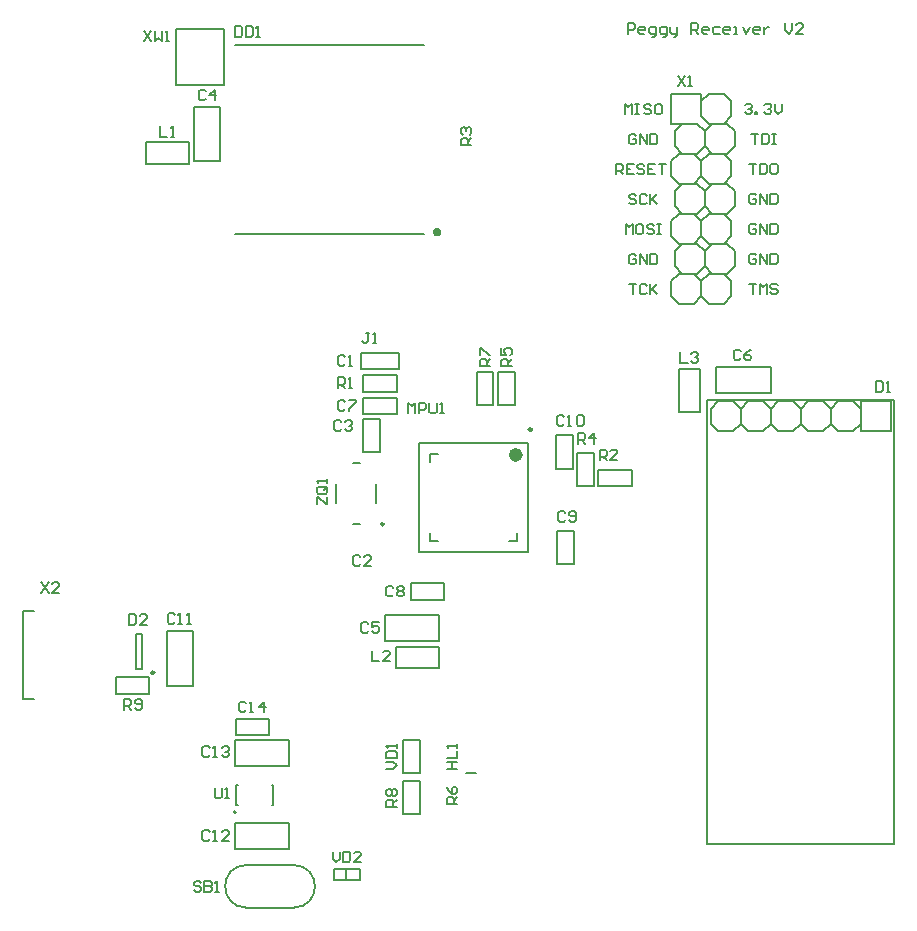
<source format=gto>
G04*
G04 #@! TF.GenerationSoftware,Altium Limited,Altium Designer,20.2.7 (254)*
G04*
G04 Layer_Color=15724527*
%FSLAX25Y25*%
%MOIN*%
G70*
G04*
G04 #@! TF.SameCoordinates,A4FD2F15-25C4-4B7E-ACC4-4C6BACDD2ABF*
G04*
G04*
G04 #@! TF.FilePolarity,Positive*
G04*
G01*
G75*
%ADD10C,0.01000*%
%ADD11C,0.00984*%
%ADD12C,0.02362*%
%ADD13C,0.00787*%
%ADD14C,0.00500*%
G36*
X136440Y228346D02*
X134426Y228346D01*
Y229890D01*
X136440D01*
X136440Y228346D01*
D02*
G37*
D10*
X117752Y131783D02*
G03*
X117752Y131783I-394J0D01*
G01*
D11*
X167161Y163279D02*
G03*
X167161Y163279I-492J0D01*
G01*
X41330Y82248D02*
G03*
X41330Y82248I-492J0D01*
G01*
D12*
X163028Y154815D02*
G03*
X163028Y154815I-1181J0D01*
G01*
D13*
X87799Y3928D02*
G03*
X87798Y18101I-12J7087D01*
G01*
X72044Y18119D02*
G03*
X72045Y3946I12J-7087D01*
G01*
X68539Y35720D02*
G03*
X68539Y35720I-394J0D01*
G01*
X136778Y229103D02*
G03*
X136778Y229103I-1148J0D01*
G01*
X287913Y172992D02*
X287913Y25057D01*
X225709Y172992D02*
X287913D01*
X286811Y162717D02*
Y172716D01*
X276811Y162716D02*
Y172716D01*
X256811Y165217D02*
Y170217D01*
X266811Y165217D02*
Y170217D01*
X246811Y165217D02*
Y170217D01*
X236811Y165217D02*
Y170217D01*
X226811Y165217D02*
Y170217D01*
X276811Y162716D02*
X286811Y162717D01*
X276811Y172716D02*
X286811Y172716D01*
X256811Y165217D02*
X259311Y162716D01*
X254311Y162717D02*
X256811Y165217D01*
X269311Y162717D02*
X274311Y162716D01*
X264311D02*
X266811Y165217D01*
X259311Y162716D02*
X264311D01*
X229311Y162717D02*
X234311Y162716D01*
X246811Y165217D02*
X249311Y162716D01*
X239311D02*
X244311D01*
X256811Y170217D02*
X259311Y172716D01*
X254311Y172716D02*
X256811Y170217D01*
X269311Y172716D02*
X274311Y172716D01*
X264311D02*
X266811Y170217D01*
X259311Y172716D02*
X264311D01*
X229311Y172716D02*
X234311Y172716D01*
X246811Y170217D02*
X249311Y172716D01*
X239311D02*
X244311D01*
X274311Y162716D02*
X276811Y165217D01*
X266811D02*
X269311Y162717D01*
X249311Y162716D02*
X254311Y162717D01*
X244311Y162716D02*
X246811Y165217D01*
X234311Y162716D02*
X236811Y165217D01*
X239311Y162716D01*
X226811Y165217D02*
X229311Y162717D01*
X274311Y172716D02*
X276811Y170217D01*
X266811D02*
X269311Y172716D01*
X249311Y172716D02*
X254311Y172716D01*
X244311Y172716D02*
X246811Y170217D01*
X234311Y172716D02*
X236811Y170217D01*
X239311Y172716D01*
X226811Y170217D02*
X229311Y172716D01*
X225709Y25057D02*
X287913D01*
X225709Y172992D02*
X225709Y25057D01*
X228740Y175591D02*
X246850D01*
X228740Y184252D02*
X246850D01*
Y175591D02*
Y184252D01*
X228740Y175591D02*
Y184252D01*
X223228Y169292D02*
Y183465D01*
X216142Y169292D02*
Y183465D01*
X223228Y183465D01*
X216142Y169292D02*
X223228Y169292D01*
X115390Y138870D02*
Y145169D01*
X102004Y138870D02*
Y145169D01*
X107516Y131783D02*
X109878D01*
X107516Y152255D02*
X109878D01*
X111059Y166822D02*
X116571D01*
X111059Y155799D02*
X116571D01*
Y166822D01*
X111059Y155799D02*
Y166822D01*
X129563Y158752D02*
X165783D01*
X129563Y122531D02*
X165783D01*
Y158752D01*
X129563Y122531D02*
Y158752D01*
X133106Y152551D02*
Y155208D01*
X135764Y155208D01*
X133106Y126074D02*
Y128732D01*
Y126074D02*
X135764Y126074D01*
X159583D02*
X162240Y126074D01*
Y128732D01*
X148854Y171547D02*
Y182571D01*
X154366Y171547D02*
Y182571D01*
X148854Y171547D02*
X154366D01*
X148854Y182571D02*
X154366D01*
X155941Y171547D02*
Y182571D01*
X161453Y171547D02*
Y182571D01*
X155941Y171547D02*
X161453D01*
X155941Y182571D02*
X161453D01*
X216122Y255157D02*
X217303D01*
X216122Y245158D02*
X217303Y245158D01*
X216122Y235157D02*
X218622Y235157D01*
X216122Y225157D02*
X217303D01*
X216122Y215158D02*
X217303D01*
X226122D02*
X227303D01*
X226122Y225157D02*
X227303D01*
X226122Y235157D02*
X227303Y235157D01*
X226122Y245158D02*
X227303Y245158D01*
X226122Y255157D02*
X227303D01*
X226122Y265158D02*
X227303D01*
X232303Y265158D01*
X214803Y257658D02*
Y262657D01*
X234803Y257658D02*
Y262657D01*
Y257658D02*
Y262657D01*
X217303Y255157D02*
X222303D01*
X227303D02*
X232303D01*
X224803Y257658D02*
Y262657D01*
X213622Y265158D02*
X222303D01*
X214803Y262657D02*
X217303Y265158D01*
X214803Y257658D02*
X217303Y255157D01*
X224803Y262657D02*
X227303Y265158D01*
X222303D02*
X224803Y262657D01*
Y257658D02*
X227303Y255157D01*
X232303D02*
X234803Y257658D01*
X232303Y265158D02*
X234803Y262657D01*
X222303Y255157D02*
X224803Y257658D01*
X213622Y207658D02*
Y212657D01*
X214803Y217657D02*
Y222657D01*
X213622Y227658D02*
Y232658D01*
X214803Y237657D02*
Y242657D01*
X213622Y247657D02*
Y252658D01*
X216122Y205157D02*
X221122D01*
X217303Y215158D02*
X222303D01*
X217303Y225157D02*
X222303D01*
X217303Y235157D02*
X222303D01*
X217303Y245158D02*
X222303D01*
X221122Y215158D02*
X223622Y212657D01*
Y207658D02*
Y212657D01*
X221122Y205157D02*
X223622Y207658D01*
X213622D02*
X216122Y205157D01*
X233622Y207658D02*
Y212657D01*
X213622D02*
X216122Y215158D01*
X214803Y222657D02*
X217303Y225157D01*
X234803Y217657D02*
Y222657D01*
X214803Y217657D02*
X217303Y215158D01*
X222303D02*
X224803Y217657D01*
Y222657D01*
X222303Y225157D02*
X224803Y222657D01*
X221122Y235157D02*
X223622Y232658D01*
Y227658D02*
Y232658D01*
X221122Y225157D02*
X223622Y227658D01*
X213622Y227658D02*
X216122Y225157D01*
X233622Y227658D02*
Y232658D01*
X213622D02*
X216122Y235157D01*
X214803Y242657D02*
X217303Y245158D01*
X234803Y237657D02*
Y242657D01*
X214803Y237657D02*
X217303Y235157D01*
X222303D02*
X224803Y237657D01*
Y242657D01*
X222303Y245158D02*
X224803Y242657D01*
X221122Y255157D02*
X223622Y252658D01*
Y247657D02*
Y252658D01*
X221122Y245158D02*
X223622Y247657D01*
X213622D02*
X216122Y245158D01*
X233622Y247657D02*
Y252658D01*
X213622D02*
X216122Y255157D01*
X233622Y267657D02*
Y272657D01*
X231122Y265158D02*
X233622Y267657D01*
X226122Y275157D02*
X231122D01*
X233622Y272657D01*
X223622Y252658D02*
X226122Y255157D01*
X223622Y247657D02*
X226122Y245158D01*
X231122Y245158D02*
X233622Y247657D01*
Y252658D01*
X231122Y255157D02*
X233622Y252658D01*
X232303Y245158D02*
X234803Y242657D01*
Y237657D02*
Y242657D01*
X232303Y235157D02*
X234803Y237657D01*
X224803D02*
X227303Y235157D01*
X224803Y242657D02*
X227303Y245158D01*
X223622Y232658D02*
X226122Y235157D01*
X223622Y227658D02*
X226122Y225157D01*
X231122D02*
X233622Y227658D01*
Y232658D01*
X231122Y235157D02*
X233622Y232658D01*
X232303Y225157D02*
X234803Y222657D01*
Y217657D02*
Y222657D01*
X232303Y215158D02*
X234803Y217657D01*
X224803D02*
X227303Y215158D01*
X224803Y222657D02*
X227303Y225157D01*
X223622Y212657D02*
X226122Y215158D01*
X223622Y207658D02*
X226122Y205157D01*
X231122D02*
X233622Y207658D01*
Y212657D01*
X231122Y215158D02*
X233622Y212657D01*
X227303Y245158D02*
X232303Y245158D01*
X227303Y235157D02*
X232303Y235157D01*
X227303Y225157D02*
X232303D01*
X227303Y215158D02*
X232303Y215158D01*
X233622Y267657D02*
Y272657D01*
X226122Y205157D02*
X231122D01*
X213622Y275157D02*
X223622D01*
Y267657D02*
Y275157D01*
Y267657D02*
X226122Y265158D01*
X223622Y272657D02*
X226122Y275157D01*
X213622Y265158D02*
Y275157D01*
X137831Y106586D02*
Y112098D01*
X126807Y106586D02*
Y112098D01*
Y106586D02*
X137831D01*
X126807Y112098D02*
X137831D01*
X118146Y101468D02*
X136256D01*
X118146Y92807D02*
X136256D01*
X118146D02*
Y101468D01*
X136256Y92807D02*
Y101468D01*
X122048Y83858D02*
X136221D01*
X122048Y90945D02*
X136221D01*
X136221Y83858D02*
X136221Y90945D01*
X122048Y83858D02*
X122048Y90945D01*
X145276Y48712D02*
X148425D01*
X124409Y48712D02*
X129921Y48712D01*
X124409Y59736D02*
X129921Y59736D01*
X124409Y59736D02*
X124409Y48712D01*
X129921Y59736D02*
X129921Y48712D01*
X124409Y35039D02*
Y46063D01*
X129921Y35039D02*
X129921Y46063D01*
X124409Y35039D02*
X129921D01*
X124409Y46063D02*
X129921D01*
X101378Y16929D02*
X110039D01*
X101378Y12992D02*
Y16929D01*
Y12992D02*
X110039D01*
Y16929D01*
X105118Y12992D02*
Y16535D01*
X72045Y3940D02*
X87799Y3928D01*
X72044Y18113D02*
X87798Y18101D01*
X68146Y23515D02*
X86256D01*
X68146Y32177D02*
X86256D01*
Y23515D02*
Y32177D01*
X68146Y23515D02*
Y32177D01*
Y51074D02*
X86256D01*
X68146Y59736D02*
X86256D01*
Y51074D02*
Y59736D01*
X68146Y51074D02*
Y59736D01*
X68736Y38279D02*
X69130Y38279D01*
X68736Y44972D02*
X69130Y44972D01*
X80547D02*
X80941Y44972D01*
X80547Y38279D02*
X80941Y38279D01*
Y44972D01*
X68736Y38279D02*
Y44972D01*
X68539Y61311D02*
X79563D01*
X68539Y66822D02*
X79563D01*
Y61311D02*
Y66822D01*
X68539Y61311D02*
Y66822D01*
X28633Y80673D02*
X39657D01*
X28633Y75161D02*
X39657Y75161D01*
X28633Y75161D02*
X28633Y80673D01*
X39657D02*
X39657Y75161D01*
X45563Y77917D02*
X45563Y96028D01*
X54224D02*
X54224Y77917D01*
X45563Y77917D02*
X54224Y77917D01*
X45563Y96028D02*
X54224D01*
X35129Y83429D02*
X37098D01*
X35129Y95240D02*
X37098D01*
Y83429D02*
Y95240D01*
X35129Y83429D02*
Y95240D01*
X38582Y259055D02*
X52755D01*
X38582Y251968D02*
X52755D01*
X38582D02*
X38582Y259055D01*
X52755Y251968D02*
X52755Y259055D01*
X63386Y252756D02*
Y270866D01*
X54724Y252756D02*
Y270866D01*
X63386D01*
X54724Y252756D02*
X63386D01*
X68110Y228346D02*
X131102D01*
X68110Y291338D02*
X131102D01*
X48671Y278051D02*
X64419D01*
Y296949D01*
X48671D02*
X64419D01*
X48671Y278051D02*
Y296949D01*
X181138Y118397D02*
Y129421D01*
X175626Y118397D02*
Y129421D01*
X181138D01*
X175626Y118397D02*
X181138D01*
X175232Y150287D02*
Y161311D01*
X180744Y150287D02*
Y161311D01*
X175232Y150287D02*
X180744D01*
X175232Y161311D02*
X180744D01*
X122083Y168397D02*
Y173909D01*
X111059Y168397D02*
Y173909D01*
Y168397D02*
X122083D01*
X111059Y173909D02*
X122083D01*
X111059Y181389D02*
X122083D01*
X111059Y175877D02*
X122083D01*
X111059D02*
Y181389D01*
X122083Y175877D02*
Y181389D01*
X110272Y188870D02*
X122968D01*
Y183358D02*
Y188870D01*
X110272Y183358D02*
X122968D01*
X110272D02*
Y188870D01*
X189405Y144381D02*
Y149893D01*
X200429Y144381D02*
Y149893D01*
X189405D02*
X200429D01*
X189405Y144381D02*
X200429D01*
X182319Y155405D02*
X187831D01*
X182319Y144381D02*
X187831D01*
Y155405D01*
X182319Y144381D02*
Y155405D01*
X281891Y179330D02*
Y175788D01*
X283662D01*
X284252Y176378D01*
Y178740D01*
X283662Y179330D01*
X281891D01*
X285433Y175788D02*
X286613D01*
X286023D01*
Y179330D01*
X285433Y178740D01*
X199124Y295276D02*
Y298818D01*
X200895D01*
X201485Y298228D01*
Y297047D01*
X200895Y296457D01*
X199124D01*
X204437Y295276D02*
X203256D01*
X202666Y295866D01*
Y297047D01*
X203256Y297637D01*
X204437D01*
X205027Y297047D01*
Y296457D01*
X202666D01*
X207389Y294095D02*
X207979D01*
X208569Y294686D01*
Y297637D01*
X206798D01*
X206208Y297047D01*
Y295866D01*
X206798Y295276D01*
X208569D01*
X210931Y294095D02*
X211521D01*
X212112Y294686D01*
Y297637D01*
X210340D01*
X209750Y297047D01*
Y295866D01*
X210340Y295276D01*
X212112D01*
X213292Y297637D02*
Y295866D01*
X213883Y295276D01*
X215654D01*
Y294686D01*
X215063Y294095D01*
X214473D01*
X215654Y295276D02*
Y297637D01*
X220377Y295276D02*
Y298818D01*
X222148D01*
X222738Y298228D01*
Y297047D01*
X222148Y296457D01*
X220377D01*
X221557D02*
X222738Y295276D01*
X225690D02*
X224509D01*
X223919Y295866D01*
Y297047D01*
X224509Y297637D01*
X225690D01*
X226280Y297047D01*
Y296457D01*
X223919D01*
X229822Y297637D02*
X228051D01*
X227461Y297047D01*
Y295866D01*
X228051Y295276D01*
X229822D01*
X232774D02*
X231593D01*
X231003Y295866D01*
Y297047D01*
X231593Y297637D01*
X232774D01*
X233365Y297047D01*
Y296457D01*
X231003D01*
X234545Y295276D02*
X235726D01*
X235136D01*
Y297637D01*
X234545D01*
X237497D02*
X238678Y295276D01*
X239859Y297637D01*
X242810Y295276D02*
X241630D01*
X241039Y295866D01*
Y297047D01*
X241630Y297637D01*
X242810D01*
X243401Y297047D01*
Y296457D01*
X241039D01*
X244581Y297637D02*
Y295276D01*
Y296457D01*
X245172Y297047D01*
X245762Y297637D01*
X246352D01*
X251666Y298818D02*
Y296457D01*
X252846Y295276D01*
X254027Y296457D01*
Y298818D01*
X257569Y295276D02*
X255208D01*
X257569Y297637D01*
Y298228D01*
X256979Y298818D01*
X255798D01*
X255208Y298228D01*
X195278Y248308D02*
Y251850D01*
X197049D01*
X197640Y251259D01*
Y250079D01*
X197049Y249488D01*
X195278D01*
X196459D02*
X197640Y248308D01*
X201182Y251850D02*
X198820D01*
Y248308D01*
X201182D01*
X198820Y250079D02*
X200001D01*
X204724Y251259D02*
X204134Y251850D01*
X202953D01*
X202363Y251259D01*
Y250669D01*
X202953Y250079D01*
X204134D01*
X204724Y249488D01*
Y248898D01*
X204134Y248308D01*
X202953D01*
X202363Y248898D01*
X208266Y251850D02*
X205905D01*
Y248308D01*
X208266D01*
X205905Y250079D02*
X207085D01*
X209447Y251850D02*
X211808D01*
X210628D01*
Y248308D01*
X201969Y241260D02*
X201379Y241850D01*
X200198D01*
X199608Y241260D01*
Y240669D01*
X200198Y240079D01*
X201379D01*
X201969Y239488D01*
Y238898D01*
X201379Y238308D01*
X200198D01*
X199608Y238898D01*
X205511Y241260D02*
X204921Y241850D01*
X203740D01*
X203150Y241260D01*
Y238898D01*
X203740Y238308D01*
X204921D01*
X205511Y238898D01*
X206692Y241850D02*
Y238308D01*
Y239488D01*
X209054Y241850D01*
X207282Y240079D01*
X209054Y238308D01*
X240238Y261929D02*
X242599D01*
X241418D01*
Y258386D01*
X243780Y261929D02*
Y258386D01*
X245551D01*
X246141Y258977D01*
Y261338D01*
X245551Y261929D01*
X243780D01*
X247322D02*
X248503D01*
X247912D01*
Y258386D01*
X247322D01*
X248503D01*
X242009Y241338D02*
X241418Y241929D01*
X240238D01*
X239647Y241338D01*
Y238977D01*
X240238Y238386D01*
X241418D01*
X242009Y238977D01*
Y240158D01*
X240828D01*
X243189Y238386D02*
Y241929D01*
X245551Y238386D01*
Y241929D01*
X246731D02*
Y238386D01*
X248503D01*
X249093Y238977D01*
Y241338D01*
X248503Y241929D01*
X246731D01*
X242009Y221338D02*
X241418Y221929D01*
X240238D01*
X239647Y221338D01*
Y218977D01*
X240238Y218386D01*
X241418D01*
X242009Y218977D01*
Y220158D01*
X240828D01*
X243189Y218386D02*
Y221929D01*
X245551Y218386D01*
Y221929D01*
X246731D02*
Y218386D01*
X248503D01*
X249093Y218977D01*
Y221338D01*
X248503Y221929D01*
X246731D01*
X239647Y211929D02*
X242009D01*
X240828D01*
Y208386D01*
X243189D02*
Y211929D01*
X244370Y210748D01*
X245551Y211929D01*
Y208386D01*
X249093Y211338D02*
X248503Y211929D01*
X247322D01*
X246731Y211338D01*
Y210748D01*
X247322Y210157D01*
X248503D01*
X249093Y209567D01*
Y208977D01*
X248503Y208386D01*
X247322D01*
X246731Y208977D01*
X242009Y231338D02*
X241418Y231929D01*
X240238D01*
X239647Y231338D01*
Y228977D01*
X240238Y228386D01*
X241418D01*
X242009Y228977D01*
Y230157D01*
X240828D01*
X243189Y228386D02*
Y231929D01*
X245551Y228386D01*
Y231929D01*
X246731D02*
Y228386D01*
X248503D01*
X249093Y228977D01*
Y231338D01*
X248503Y231929D01*
X246731D01*
X239647Y251929D02*
X242009D01*
X240828D01*
Y248386D01*
X243189Y251929D02*
Y248386D01*
X244960D01*
X245551Y248977D01*
Y251338D01*
X244960Y251929D01*
X243189D01*
X248503D02*
X247322D01*
X246731Y251338D01*
Y248977D01*
X247322Y248386D01*
X248503D01*
X249093Y248977D01*
Y251338D01*
X248503Y251929D01*
X238171Y271338D02*
X238762Y271929D01*
X239942D01*
X240533Y271338D01*
Y270748D01*
X239942Y270158D01*
X239352D01*
X239942D01*
X240533Y269567D01*
Y268977D01*
X239942Y268386D01*
X238762D01*
X238171Y268977D01*
X241714Y268386D02*
Y268977D01*
X242304D01*
Y268386D01*
X241714D01*
X244665Y271338D02*
X245256Y271929D01*
X246436D01*
X247027Y271338D01*
Y270748D01*
X246436Y270158D01*
X245846D01*
X246436D01*
X247027Y269567D01*
Y268977D01*
X246436Y268386D01*
X245256D01*
X244665Y268977D01*
X248207Y271929D02*
Y269567D01*
X249388Y268386D01*
X250569Y269567D01*
Y271929D01*
X199608Y211850D02*
X201969D01*
X200789D01*
Y208308D01*
X205511Y211260D02*
X204921Y211850D01*
X203740D01*
X203150Y211260D01*
Y208898D01*
X203740Y208308D01*
X204921D01*
X205511Y208898D01*
X206692Y211850D02*
Y208308D01*
Y209488D01*
X209054Y211850D01*
X207282Y210079D01*
X209054Y208308D01*
X198427Y228308D02*
Y231850D01*
X199608Y230669D01*
X200789Y231850D01*
Y228308D01*
X203740Y231850D02*
X202560D01*
X201969Y231259D01*
Y228898D01*
X202560Y228308D01*
X203740D01*
X204331Y228898D01*
Y231259D01*
X203740Y231850D01*
X207873Y231259D02*
X207282Y231850D01*
X206102D01*
X205511Y231259D01*
Y230669D01*
X206102Y230079D01*
X207282D01*
X207873Y229488D01*
Y228898D01*
X207282Y228308D01*
X206102D01*
X205511Y228898D01*
X209054Y231850D02*
X210234D01*
X209644D01*
Y228308D01*
X209054D01*
X210234D01*
X201969Y221259D02*
X201379Y221850D01*
X200198D01*
X199608Y221259D01*
Y218898D01*
X200198Y218308D01*
X201379D01*
X201969Y218898D01*
Y220079D01*
X200789D01*
X203150Y218308D02*
Y221850D01*
X205511Y218308D01*
Y221850D01*
X206692D02*
Y218308D01*
X208463D01*
X209054Y218898D01*
Y221259D01*
X208463Y221850D01*
X206692D01*
X201969Y261260D02*
X201379Y261850D01*
X200198D01*
X199608Y261260D01*
Y258898D01*
X200198Y258308D01*
X201379D01*
X201969Y258898D01*
Y260079D01*
X200789D01*
X203150Y258308D02*
Y261850D01*
X205511Y258308D01*
Y261850D01*
X206692D02*
Y258308D01*
X208463D01*
X209054Y258898D01*
Y261260D01*
X208463Y261850D01*
X206692D01*
X198132Y268308D02*
Y271850D01*
X199313Y270669D01*
X200493Y271850D01*
Y268308D01*
X201674Y271850D02*
X202855D01*
X202264D01*
Y268308D01*
X201674D01*
X202855D01*
X206987Y271259D02*
X206397Y271850D01*
X205216D01*
X204626Y271259D01*
Y270669D01*
X205216Y270079D01*
X206397D01*
X206987Y269488D01*
Y268898D01*
X206397Y268308D01*
X205216D01*
X204626Y268898D01*
X209939Y271850D02*
X208758D01*
X208168Y271259D01*
Y268898D01*
X208758Y268308D01*
X209939D01*
X210529Y268898D01*
Y271259D01*
X209939Y271850D01*
X236811Y189370D02*
X236221Y189960D01*
X235040D01*
X234450Y189370D01*
Y187008D01*
X235040Y186418D01*
X236221D01*
X236811Y187008D01*
X240353Y189960D02*
X239173Y189370D01*
X237992Y188189D01*
Y187008D01*
X238582Y186418D01*
X239763D01*
X240353Y187008D01*
Y187599D01*
X239763Y188189D01*
X237992D01*
X216733Y189173D02*
Y185631D01*
X219095D01*
X220275Y188582D02*
X220866Y189173D01*
X222046D01*
X222637Y188582D01*
Y187992D01*
X222046Y187402D01*
X221456D01*
X222046D01*
X222637Y186811D01*
Y186221D01*
X222046Y185631D01*
X220866D01*
X220275Y186221D01*
X95473Y138387D02*
Y140749D01*
X96063D01*
X98425Y138387D01*
X99015D01*
Y140749D01*
X98425Y144291D02*
X96063D01*
X95473Y143700D01*
Y142520D01*
X96063Y141929D01*
X98425D01*
X99015Y142520D01*
Y143700D01*
X97834Y143110D02*
X99015Y144291D01*
Y143700D02*
X98425Y144291D01*
X99015Y145472D02*
Y146652D01*
Y146062D01*
X95473D01*
X96063Y145472D01*
X110040Y120866D02*
X109449Y121456D01*
X108268D01*
X107678Y120866D01*
Y118504D01*
X108268Y117914D01*
X109449D01*
X110040Y118504D01*
X113582Y117914D02*
X111220D01*
X113582Y120275D01*
Y120866D01*
X112991Y121456D01*
X111811D01*
X111220Y120866D01*
X103740Y165748D02*
X103150Y166338D01*
X101969D01*
X101379Y165748D01*
Y163386D01*
X101969Y162796D01*
X103150D01*
X103740Y163386D01*
X104921Y165748D02*
X105511Y166338D01*
X106692D01*
X107282Y165748D01*
Y165157D01*
X106692Y164567D01*
X106102D01*
X106692D01*
X107282Y163977D01*
Y163386D01*
X106692Y162796D01*
X105511D01*
X104921Y163386D01*
X104921Y172441D02*
X104331Y173031D01*
X103150D01*
X102560Y172441D01*
Y170079D01*
X103150Y169489D01*
X104331D01*
X104921Y170079D01*
X106102Y173031D02*
X108464D01*
Y172441D01*
X106102Y170079D01*
Y169489D01*
X125986Y168701D02*
Y172243D01*
X127167Y171063D01*
X128348Y172243D01*
Y168701D01*
X129528D02*
Y172243D01*
X131299D01*
X131890Y171653D01*
Y170472D01*
X131299Y169882D01*
X129528D01*
X133071Y172243D02*
Y169292D01*
X133661Y168701D01*
X134842D01*
X135432Y169292D01*
Y172243D01*
X136613Y168701D02*
X137793D01*
X137203D01*
Y172243D01*
X136613Y171653D01*
X153346Y184450D02*
X149804D01*
Y186221D01*
X150394Y186811D01*
X151575D01*
X152165Y186221D01*
Y184450D01*
Y185631D02*
X153346Y186811D01*
X149804Y187992D02*
Y190353D01*
X150394D01*
X152755Y187992D01*
X153346D01*
X160433Y184450D02*
X156890D01*
Y186221D01*
X157481Y186811D01*
X158661D01*
X159252Y186221D01*
Y184450D01*
Y185631D02*
X160433Y186811D01*
X156890Y190353D02*
Y187992D01*
X158661D01*
X158071Y189173D01*
Y189763D01*
X158661Y190353D01*
X159842D01*
X160433Y189763D01*
Y188582D01*
X159842Y187992D01*
X147047Y258072D02*
X143505D01*
Y259843D01*
X144095Y260433D01*
X145276D01*
X145866Y259843D01*
Y258072D01*
Y259253D02*
X147047Y260433D01*
X144095Y261614D02*
X143505Y262204D01*
Y263385D01*
X144095Y263975D01*
X144685D01*
X145276Y263385D01*
Y262795D01*
Y263385D01*
X145866Y263975D01*
X146456D01*
X147047Y263385D01*
Y262204D01*
X146456Y261614D01*
X215749Y281299D02*
X218110Y277757D01*
Y281299D02*
X215749Y277757D01*
X219291D02*
X220472D01*
X219881D01*
Y281299D01*
X219291Y280708D01*
X121063Y110629D02*
X120473Y111220D01*
X119292D01*
X118702Y110629D01*
Y108268D01*
X119292Y107678D01*
X120473D01*
X121063Y108268D01*
X122244Y110629D02*
X122834Y111220D01*
X124015D01*
X124605Y110629D01*
Y110039D01*
X124015Y109449D01*
X124605Y108859D01*
Y108268D01*
X124015Y107678D01*
X122834D01*
X122244Y108268D01*
Y108859D01*
X122834Y109449D01*
X122244Y110039D01*
Y110629D01*
X122834Y109449D02*
X124015D01*
X112679Y98491D02*
X112089Y99081D01*
X110908D01*
X110318Y98491D01*
Y96129D01*
X110908Y95539D01*
X112089D01*
X112679Y96129D01*
X116221Y99081D02*
X113860D01*
Y97310D01*
X115041Y97900D01*
X115631D01*
X116221Y97310D01*
Y96129D01*
X115631Y95539D01*
X114450D01*
X113860Y96129D01*
X113977Y89566D02*
Y86024D01*
X116339D01*
X119881D02*
X117519D01*
X119881Y88386D01*
Y88976D01*
X119291Y89566D01*
X118110D01*
X117519Y88976D01*
X142322Y38387D02*
X138780D01*
Y40158D01*
X139371Y40748D01*
X140551D01*
X141141Y40158D01*
Y38387D01*
Y39568D02*
X142322Y40748D01*
X138780Y44290D02*
X139371Y43110D01*
X140551Y41929D01*
X141732D01*
X142322Y42519D01*
Y43700D01*
X141732Y44290D01*
X141141D01*
X140551Y43700D01*
Y41929D01*
X138780Y50198D02*
X142322D01*
X140551D01*
Y52560D01*
X138780D01*
X142322D01*
X138780Y53740D02*
X142322D01*
Y56102D01*
Y57283D02*
Y58463D01*
Y57873D01*
X138780D01*
X139371Y57283D01*
X118701Y50198D02*
X121063D01*
X122243Y51379D01*
X121063Y52560D01*
X118701D01*
Y53740D02*
X122243D01*
Y55511D01*
X121653Y56102D01*
X119292D01*
X118701Y55511D01*
Y53740D01*
X122243Y57283D02*
Y58463D01*
Y57873D01*
X118701D01*
X119292Y57283D01*
X122243Y37599D02*
X118701D01*
Y39371D01*
X119292Y39961D01*
X120472D01*
X121063Y39371D01*
Y37599D01*
Y38780D02*
X122243Y39961D01*
X119292Y41142D02*
X118701Y41732D01*
Y42913D01*
X119292Y43503D01*
X119882D01*
X120472Y42913D01*
X121063Y43503D01*
X121653D01*
X122243Y42913D01*
Y41732D01*
X121653Y41142D01*
X121063D01*
X120472Y41732D01*
X119882Y41142D01*
X119292D01*
X120472Y41732D02*
Y42913D01*
X100789Y22637D02*
Y20276D01*
X101970Y19095D01*
X103150Y20276D01*
Y22637D01*
X104331D02*
Y19095D01*
X106102D01*
X106693Y19685D01*
Y22047D01*
X106102Y22637D01*
X104331D01*
X110235Y19095D02*
X107873D01*
X110235Y21456D01*
Y22047D01*
X109644Y22637D01*
X108464D01*
X107873Y22047D01*
X56890Y12204D02*
X56300Y12795D01*
X55119D01*
X54529Y12204D01*
Y11614D01*
X55119Y11024D01*
X56300D01*
X56890Y10433D01*
Y9843D01*
X56300Y9252D01*
X55119D01*
X54529Y9843D01*
X58071Y12795D02*
Y9252D01*
X59842D01*
X60432Y9843D01*
Y10433D01*
X59842Y11024D01*
X58071D01*
X59842D01*
X60432Y11614D01*
Y12204D01*
X59842Y12795D01*
X58071D01*
X61613Y9252D02*
X62794D01*
X62204D01*
Y12795D01*
X61613Y12204D01*
X59745Y29133D02*
X59154Y29724D01*
X57974D01*
X57383Y29133D01*
Y26772D01*
X57974Y26182D01*
X59154D01*
X59745Y26772D01*
X60926Y26182D02*
X62106D01*
X61516D01*
Y29724D01*
X60926Y29133D01*
X66239Y26182D02*
X63877D01*
X66239Y28543D01*
Y29133D01*
X65648Y29724D01*
X64468D01*
X63877Y29133D01*
X59745Y57086D02*
X59154Y57677D01*
X57974D01*
X57383Y57086D01*
Y54725D01*
X57974Y54134D01*
X59154D01*
X59745Y54725D01*
X60926Y54134D02*
X62106D01*
X61516D01*
Y57677D01*
X60926Y57086D01*
X63877D02*
X64468Y57677D01*
X65648D01*
X66239Y57086D01*
Y56496D01*
X65648Y55905D01*
X65058D01*
X65648D01*
X66239Y55315D01*
Y54725D01*
X65648Y54134D01*
X64468D01*
X63877Y54725D01*
X61418Y43897D02*
Y40945D01*
X62009Y40355D01*
X63189D01*
X63779Y40945D01*
Y43897D01*
X64960Y40355D02*
X66141D01*
X65551D01*
Y43897D01*
X64960Y43307D01*
X71949Y72047D02*
X71359Y72637D01*
X70178D01*
X69588Y72047D01*
Y69685D01*
X70178Y69095D01*
X71359D01*
X71949Y69685D01*
X73130Y69095D02*
X74311D01*
X73721D01*
Y72637D01*
X73130Y72047D01*
X77853Y69095D02*
Y72637D01*
X76082Y70866D01*
X78443D01*
X31300Y69883D02*
Y73425D01*
X33071D01*
X33662Y72834D01*
Y71653D01*
X33071Y71063D01*
X31300D01*
X32481D02*
X33662Y69883D01*
X34842Y70473D02*
X35433Y69883D01*
X36613D01*
X37204Y70473D01*
Y72834D01*
X36613Y73425D01*
X35433D01*
X34842Y72834D01*
Y72244D01*
X35433Y71653D01*
X37204D01*
X48130Y101574D02*
X47540Y102165D01*
X46359D01*
X45769Y101574D01*
Y99213D01*
X46359Y98623D01*
X47540D01*
X48130Y99213D01*
X49311Y98623D02*
X50492D01*
X49902D01*
Y102165D01*
X49311Y101574D01*
X52263Y98623D02*
X53444D01*
X52853D01*
Y102165D01*
X52263Y101574D01*
X32875Y101771D02*
Y98229D01*
X34646D01*
X35236Y98819D01*
Y101181D01*
X34646Y101771D01*
X32875D01*
X38779Y98229D02*
X36417D01*
X38779Y100590D01*
Y101181D01*
X38188Y101771D01*
X37007D01*
X36417Y101181D01*
X3741Y112401D02*
X6103Y108859D01*
Y112401D02*
X3741Y108859D01*
X9645D02*
X7283D01*
X9645Y111220D01*
Y111811D01*
X9054Y112401D01*
X7874D01*
X7283Y111811D01*
X43308Y264370D02*
Y260827D01*
X45669D01*
X46850D02*
X48031D01*
X47440D01*
Y264370D01*
X46850Y263779D01*
X58465Y275984D02*
X57874Y276574D01*
X56694D01*
X56103Y275984D01*
Y273622D01*
X56694Y273032D01*
X57874D01*
X58465Y273622D01*
X61417Y273032D02*
Y276574D01*
X59645Y274803D01*
X62007D01*
X68308Y297834D02*
Y294292D01*
X70079D01*
X70670Y294882D01*
Y297244D01*
X70079Y297834D01*
X68308D01*
X71851D02*
Y294292D01*
X73622D01*
X74212Y294882D01*
Y297244D01*
X73622Y297834D01*
X71851D01*
X75393Y294292D02*
X76573D01*
X75983D01*
Y297834D01*
X75393Y297244D01*
X37993Y296259D02*
X40355Y292717D01*
Y296259D02*
X37993Y292717D01*
X41536Y296259D02*
Y292717D01*
X42716Y293898D01*
X43897Y292717D01*
Y296259D01*
X45078Y292717D02*
X46259D01*
X45668D01*
Y296259D01*
X45078Y295669D01*
X113016Y195600D02*
X111836D01*
X112426D01*
Y192648D01*
X111836Y192058D01*
X111245D01*
X110655Y192648D01*
X114197Y192058D02*
X115378D01*
X114788D01*
Y195600D01*
X114197Y195010D01*
X182693Y158564D02*
Y162106D01*
X184464D01*
X185054Y161516D01*
Y160335D01*
X184464Y159745D01*
X182693D01*
X183874D02*
X185054Y158564D01*
X188006D02*
Y162106D01*
X186235Y160335D01*
X188596D01*
X189805Y153077D02*
Y156619D01*
X191576D01*
X192166Y156028D01*
Y154848D01*
X191576Y154258D01*
X189805D01*
X190985D02*
X192166Y153077D01*
X195708D02*
X193347D01*
X195708Y155438D01*
Y156028D01*
X195118Y156619D01*
X193937D01*
X193347Y156028D01*
X102560Y177102D02*
Y180644D01*
X104331D01*
X104921Y180054D01*
Y178873D01*
X104331Y178283D01*
X102560D01*
X103741D02*
X104921Y177102D01*
X106102D02*
X107283D01*
X106693D01*
Y180644D01*
X106102Y180054D01*
X177961Y167397D02*
X177370Y167987D01*
X176189D01*
X175599Y167397D01*
Y165036D01*
X176189Y164445D01*
X177370D01*
X177961Y165036D01*
X179141Y164445D02*
X180322D01*
X179732D01*
Y167987D01*
X179141Y167397D01*
X182093D02*
X182683Y167987D01*
X183864D01*
X184455Y167397D01*
Y165036D01*
X183864Y164445D01*
X182683D01*
X182093Y165036D01*
Y167397D01*
X178354Y135535D02*
X177764Y136125D01*
X176583D01*
X175993Y135535D01*
Y133173D01*
X176583Y132583D01*
X177764D01*
X178354Y133173D01*
X179535D02*
X180125Y132583D01*
X181306D01*
X181896Y133173D01*
Y135535D01*
X181306Y136125D01*
X180125D01*
X179535Y135535D01*
Y134944D01*
X180125Y134354D01*
X181896D01*
X104921Y187510D02*
X104331Y188101D01*
X103150D01*
X102560Y187510D01*
Y185149D01*
X103150Y184559D01*
X104331D01*
X104921Y185149D01*
X106102Y184559D02*
X107283D01*
X106693D01*
Y188101D01*
X106102Y187510D01*
D14*
X-2559Y73425D02*
X1378D01*
X-2559Y102953D02*
X1378Y102953D01*
X-2559Y73425D02*
Y102953D01*
M02*

</source>
